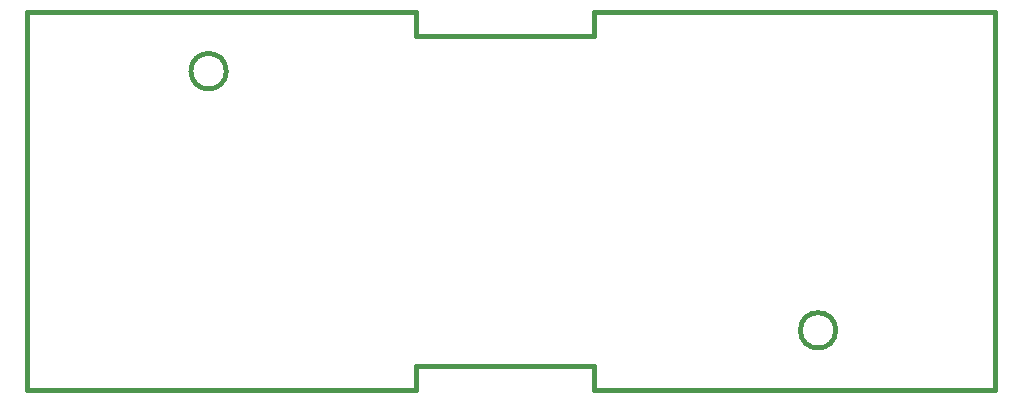
<source format=gm1>
G04 #@! TF.GenerationSoftware,KiCad,Pcbnew,5.1.12-84ad8e8a86~92~ubuntu20.04.1*
G04 #@! TF.CreationDate,2021-11-22T17:19:42+01:00*
G04 #@! TF.ProjectId,iotOnOff,696f744f-6e4f-4666-962e-6b696361645f,rev?*
G04 #@! TF.SameCoordinates,Original*
G04 #@! TF.FileFunction,Profile,NP*
%FSLAX46Y46*%
G04 Gerber Fmt 4.6, Leading zero omitted, Abs format (unit mm)*
G04 Created by KiCad (PCBNEW 5.1.12-84ad8e8a86~92~ubuntu20.04.1) date 2021-11-22 17:19:42*
%MOMM*%
%LPD*%
G01*
G04 APERTURE LIST*
G04 #@! TA.AperFunction,Profile*
%ADD10C,0.400000*%
G04 #@! TD*
G04 APERTURE END LIST*
D10*
X147160000Y-111050000D02*
X181160000Y-111050000D01*
X147160000Y-109050000D02*
X147160000Y-111050000D01*
X132160000Y-109050000D02*
X147160000Y-109050000D01*
X132160000Y-109050000D02*
X132160000Y-111050000D01*
X99160000Y-111050000D02*
X132160000Y-111050000D01*
X147160000Y-79050000D02*
X181160000Y-79050000D01*
X147160000Y-79050000D02*
X147160000Y-81050000D01*
X132160000Y-81050000D02*
X147160000Y-81050000D01*
X132160000Y-79050000D02*
X132160000Y-81050000D01*
X167660000Y-105990000D02*
G75*
G03*
X167660000Y-105990000I-1500000J0D01*
G01*
X116060000Y-84050000D02*
G75*
G03*
X116060000Y-84050000I-1500000J0D01*
G01*
X99160000Y-111050000D02*
X99160000Y-79050000D01*
X181160000Y-79050000D02*
X181160000Y-111050000D01*
X99160000Y-79050000D02*
X132160000Y-79050000D01*
M02*

</source>
